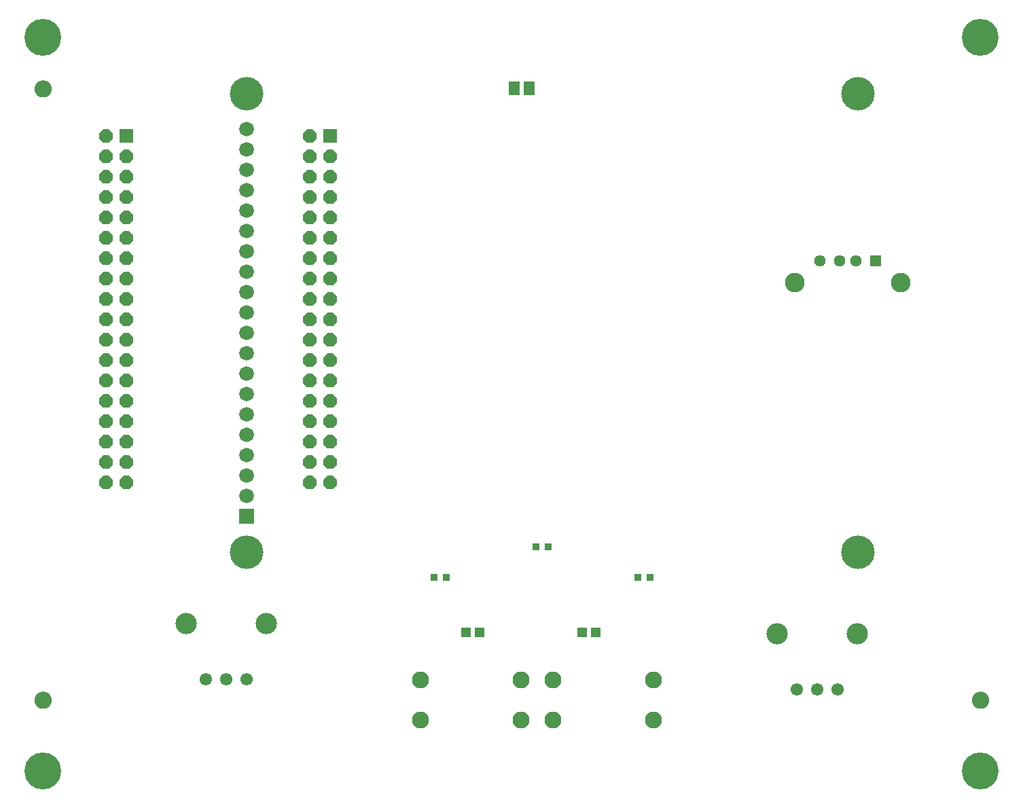
<source format=gbr>
G04 EAGLE Gerber RS-274X export*
G75*
%MOMM*%
%FSLAX34Y34*%
%LPD*%
%INSoldermask Top*%
%IPPOS*%
%AMOC8*
5,1,8,0,0,1.08239X$1,22.5*%
G01*
%ADD10C,1.552400*%
%ADD11C,2.652400*%
%ADD12C,2.112400*%
%ADD13R,1.440400X1.440400*%
%ADD14C,1.440400*%
%ADD15C,2.452400*%
%ADD16R,1.152400X1.252400*%
%ADD17R,0.952400X0.952400*%
%ADD18C,0.609600*%
%ADD19C,1.168400*%
%ADD20R,1.452400X1.652400*%
%ADD21R,1.676400X1.676400*%
%ADD22P,1.814519X8X292.500000*%
%ADD23R,1.828800X1.828800*%
%ADD24C,1.828800*%
%ADD25C,4.168400*%
%ADD26C,4.597400*%


D10*
X254400Y165100D03*
X279400Y165100D03*
X304400Y165100D03*
D11*
X229400Y235100D03*
X329400Y235100D03*
D12*
X646700Y164700D03*
X646700Y114700D03*
X521700Y114700D03*
X521700Y164700D03*
D13*
X1089100Y687400D03*
D14*
X1064100Y687400D03*
X1044100Y687400D03*
X1019100Y687400D03*
D15*
X1119800Y660300D03*
X988400Y660300D03*
D16*
X723020Y223520D03*
X740020Y223520D03*
D17*
X538600Y292100D03*
X553600Y292100D03*
D10*
X991000Y152400D03*
X1016000Y152400D03*
X1041000Y152400D03*
D11*
X966000Y222400D03*
X1066000Y222400D03*
D17*
X680600Y330200D03*
X665600Y330200D03*
X792600Y292100D03*
X807600Y292100D03*
D12*
X811800Y164700D03*
X811800Y114700D03*
X686800Y114700D03*
X686800Y164700D03*
D16*
X578240Y223520D03*
X595240Y223520D03*
D18*
X43180Y901700D02*
X43182Y901887D01*
X43189Y902074D01*
X43201Y902261D01*
X43217Y902447D01*
X43237Y902633D01*
X43262Y902818D01*
X43292Y903003D01*
X43326Y903187D01*
X43365Y903370D01*
X43408Y903552D01*
X43456Y903732D01*
X43508Y903912D01*
X43565Y904090D01*
X43625Y904267D01*
X43691Y904442D01*
X43760Y904616D01*
X43834Y904788D01*
X43912Y904958D01*
X43994Y905126D01*
X44080Y905292D01*
X44170Y905456D01*
X44264Y905617D01*
X44362Y905777D01*
X44464Y905933D01*
X44570Y906088D01*
X44680Y906239D01*
X44793Y906388D01*
X44910Y906534D01*
X45030Y906677D01*
X45154Y906817D01*
X45281Y906954D01*
X45412Y907088D01*
X45546Y907219D01*
X45683Y907346D01*
X45823Y907470D01*
X45966Y907590D01*
X46112Y907707D01*
X46261Y907820D01*
X46412Y907930D01*
X46567Y908036D01*
X46723Y908138D01*
X46883Y908236D01*
X47044Y908330D01*
X47208Y908420D01*
X47374Y908506D01*
X47542Y908588D01*
X47712Y908666D01*
X47884Y908740D01*
X48058Y908809D01*
X48233Y908875D01*
X48410Y908935D01*
X48588Y908992D01*
X48768Y909044D01*
X48948Y909092D01*
X49130Y909135D01*
X49313Y909174D01*
X49497Y909208D01*
X49682Y909238D01*
X49867Y909263D01*
X50053Y909283D01*
X50239Y909299D01*
X50426Y909311D01*
X50613Y909318D01*
X50800Y909320D01*
X50987Y909318D01*
X51174Y909311D01*
X51361Y909299D01*
X51547Y909283D01*
X51733Y909263D01*
X51918Y909238D01*
X52103Y909208D01*
X52287Y909174D01*
X52470Y909135D01*
X52652Y909092D01*
X52832Y909044D01*
X53012Y908992D01*
X53190Y908935D01*
X53367Y908875D01*
X53542Y908809D01*
X53716Y908740D01*
X53888Y908666D01*
X54058Y908588D01*
X54226Y908506D01*
X54392Y908420D01*
X54556Y908330D01*
X54717Y908236D01*
X54877Y908138D01*
X55033Y908036D01*
X55188Y907930D01*
X55339Y907820D01*
X55488Y907707D01*
X55634Y907590D01*
X55777Y907470D01*
X55917Y907346D01*
X56054Y907219D01*
X56188Y907088D01*
X56319Y906954D01*
X56446Y906817D01*
X56570Y906677D01*
X56690Y906534D01*
X56807Y906388D01*
X56920Y906239D01*
X57030Y906088D01*
X57136Y905933D01*
X57238Y905777D01*
X57336Y905617D01*
X57430Y905456D01*
X57520Y905292D01*
X57606Y905126D01*
X57688Y904958D01*
X57766Y904788D01*
X57840Y904616D01*
X57909Y904442D01*
X57975Y904267D01*
X58035Y904090D01*
X58092Y903912D01*
X58144Y903732D01*
X58192Y903552D01*
X58235Y903370D01*
X58274Y903187D01*
X58308Y903003D01*
X58338Y902818D01*
X58363Y902633D01*
X58383Y902447D01*
X58399Y902261D01*
X58411Y902074D01*
X58418Y901887D01*
X58420Y901700D01*
X58418Y901513D01*
X58411Y901326D01*
X58399Y901139D01*
X58383Y900953D01*
X58363Y900767D01*
X58338Y900582D01*
X58308Y900397D01*
X58274Y900213D01*
X58235Y900030D01*
X58192Y899848D01*
X58144Y899668D01*
X58092Y899488D01*
X58035Y899310D01*
X57975Y899133D01*
X57909Y898958D01*
X57840Y898784D01*
X57766Y898612D01*
X57688Y898442D01*
X57606Y898274D01*
X57520Y898108D01*
X57430Y897944D01*
X57336Y897783D01*
X57238Y897623D01*
X57136Y897467D01*
X57030Y897312D01*
X56920Y897161D01*
X56807Y897012D01*
X56690Y896866D01*
X56570Y896723D01*
X56446Y896583D01*
X56319Y896446D01*
X56188Y896312D01*
X56054Y896181D01*
X55917Y896054D01*
X55777Y895930D01*
X55634Y895810D01*
X55488Y895693D01*
X55339Y895580D01*
X55188Y895470D01*
X55033Y895364D01*
X54877Y895262D01*
X54717Y895164D01*
X54556Y895070D01*
X54392Y894980D01*
X54226Y894894D01*
X54058Y894812D01*
X53888Y894734D01*
X53716Y894660D01*
X53542Y894591D01*
X53367Y894525D01*
X53190Y894465D01*
X53012Y894408D01*
X52832Y894356D01*
X52652Y894308D01*
X52470Y894265D01*
X52287Y894226D01*
X52103Y894192D01*
X51918Y894162D01*
X51733Y894137D01*
X51547Y894117D01*
X51361Y894101D01*
X51174Y894089D01*
X50987Y894082D01*
X50800Y894080D01*
X50613Y894082D01*
X50426Y894089D01*
X50239Y894101D01*
X50053Y894117D01*
X49867Y894137D01*
X49682Y894162D01*
X49497Y894192D01*
X49313Y894226D01*
X49130Y894265D01*
X48948Y894308D01*
X48768Y894356D01*
X48588Y894408D01*
X48410Y894465D01*
X48233Y894525D01*
X48058Y894591D01*
X47884Y894660D01*
X47712Y894734D01*
X47542Y894812D01*
X47374Y894894D01*
X47208Y894980D01*
X47044Y895070D01*
X46883Y895164D01*
X46723Y895262D01*
X46567Y895364D01*
X46412Y895470D01*
X46261Y895580D01*
X46112Y895693D01*
X45966Y895810D01*
X45823Y895930D01*
X45683Y896054D01*
X45546Y896181D01*
X45412Y896312D01*
X45281Y896446D01*
X45154Y896583D01*
X45030Y896723D01*
X44910Y896866D01*
X44793Y897012D01*
X44680Y897161D01*
X44570Y897312D01*
X44464Y897467D01*
X44362Y897623D01*
X44264Y897783D01*
X44170Y897944D01*
X44080Y898108D01*
X43994Y898274D01*
X43912Y898442D01*
X43834Y898612D01*
X43760Y898784D01*
X43691Y898958D01*
X43625Y899133D01*
X43565Y899310D01*
X43508Y899488D01*
X43456Y899668D01*
X43408Y899848D01*
X43365Y900030D01*
X43326Y900213D01*
X43292Y900397D01*
X43262Y900582D01*
X43237Y900767D01*
X43217Y900953D01*
X43201Y901139D01*
X43189Y901326D01*
X43182Y901513D01*
X43180Y901700D01*
D19*
X50800Y901700D03*
D18*
X43180Y139700D02*
X43182Y139887D01*
X43189Y140074D01*
X43201Y140261D01*
X43217Y140447D01*
X43237Y140633D01*
X43262Y140818D01*
X43292Y141003D01*
X43326Y141187D01*
X43365Y141370D01*
X43408Y141552D01*
X43456Y141732D01*
X43508Y141912D01*
X43565Y142090D01*
X43625Y142267D01*
X43691Y142442D01*
X43760Y142616D01*
X43834Y142788D01*
X43912Y142958D01*
X43994Y143126D01*
X44080Y143292D01*
X44170Y143456D01*
X44264Y143617D01*
X44362Y143777D01*
X44464Y143933D01*
X44570Y144088D01*
X44680Y144239D01*
X44793Y144388D01*
X44910Y144534D01*
X45030Y144677D01*
X45154Y144817D01*
X45281Y144954D01*
X45412Y145088D01*
X45546Y145219D01*
X45683Y145346D01*
X45823Y145470D01*
X45966Y145590D01*
X46112Y145707D01*
X46261Y145820D01*
X46412Y145930D01*
X46567Y146036D01*
X46723Y146138D01*
X46883Y146236D01*
X47044Y146330D01*
X47208Y146420D01*
X47374Y146506D01*
X47542Y146588D01*
X47712Y146666D01*
X47884Y146740D01*
X48058Y146809D01*
X48233Y146875D01*
X48410Y146935D01*
X48588Y146992D01*
X48768Y147044D01*
X48948Y147092D01*
X49130Y147135D01*
X49313Y147174D01*
X49497Y147208D01*
X49682Y147238D01*
X49867Y147263D01*
X50053Y147283D01*
X50239Y147299D01*
X50426Y147311D01*
X50613Y147318D01*
X50800Y147320D01*
X50987Y147318D01*
X51174Y147311D01*
X51361Y147299D01*
X51547Y147283D01*
X51733Y147263D01*
X51918Y147238D01*
X52103Y147208D01*
X52287Y147174D01*
X52470Y147135D01*
X52652Y147092D01*
X52832Y147044D01*
X53012Y146992D01*
X53190Y146935D01*
X53367Y146875D01*
X53542Y146809D01*
X53716Y146740D01*
X53888Y146666D01*
X54058Y146588D01*
X54226Y146506D01*
X54392Y146420D01*
X54556Y146330D01*
X54717Y146236D01*
X54877Y146138D01*
X55033Y146036D01*
X55188Y145930D01*
X55339Y145820D01*
X55488Y145707D01*
X55634Y145590D01*
X55777Y145470D01*
X55917Y145346D01*
X56054Y145219D01*
X56188Y145088D01*
X56319Y144954D01*
X56446Y144817D01*
X56570Y144677D01*
X56690Y144534D01*
X56807Y144388D01*
X56920Y144239D01*
X57030Y144088D01*
X57136Y143933D01*
X57238Y143777D01*
X57336Y143617D01*
X57430Y143456D01*
X57520Y143292D01*
X57606Y143126D01*
X57688Y142958D01*
X57766Y142788D01*
X57840Y142616D01*
X57909Y142442D01*
X57975Y142267D01*
X58035Y142090D01*
X58092Y141912D01*
X58144Y141732D01*
X58192Y141552D01*
X58235Y141370D01*
X58274Y141187D01*
X58308Y141003D01*
X58338Y140818D01*
X58363Y140633D01*
X58383Y140447D01*
X58399Y140261D01*
X58411Y140074D01*
X58418Y139887D01*
X58420Y139700D01*
X58418Y139513D01*
X58411Y139326D01*
X58399Y139139D01*
X58383Y138953D01*
X58363Y138767D01*
X58338Y138582D01*
X58308Y138397D01*
X58274Y138213D01*
X58235Y138030D01*
X58192Y137848D01*
X58144Y137668D01*
X58092Y137488D01*
X58035Y137310D01*
X57975Y137133D01*
X57909Y136958D01*
X57840Y136784D01*
X57766Y136612D01*
X57688Y136442D01*
X57606Y136274D01*
X57520Y136108D01*
X57430Y135944D01*
X57336Y135783D01*
X57238Y135623D01*
X57136Y135467D01*
X57030Y135312D01*
X56920Y135161D01*
X56807Y135012D01*
X56690Y134866D01*
X56570Y134723D01*
X56446Y134583D01*
X56319Y134446D01*
X56188Y134312D01*
X56054Y134181D01*
X55917Y134054D01*
X55777Y133930D01*
X55634Y133810D01*
X55488Y133693D01*
X55339Y133580D01*
X55188Y133470D01*
X55033Y133364D01*
X54877Y133262D01*
X54717Y133164D01*
X54556Y133070D01*
X54392Y132980D01*
X54226Y132894D01*
X54058Y132812D01*
X53888Y132734D01*
X53716Y132660D01*
X53542Y132591D01*
X53367Y132525D01*
X53190Y132465D01*
X53012Y132408D01*
X52832Y132356D01*
X52652Y132308D01*
X52470Y132265D01*
X52287Y132226D01*
X52103Y132192D01*
X51918Y132162D01*
X51733Y132137D01*
X51547Y132117D01*
X51361Y132101D01*
X51174Y132089D01*
X50987Y132082D01*
X50800Y132080D01*
X50613Y132082D01*
X50426Y132089D01*
X50239Y132101D01*
X50053Y132117D01*
X49867Y132137D01*
X49682Y132162D01*
X49497Y132192D01*
X49313Y132226D01*
X49130Y132265D01*
X48948Y132308D01*
X48768Y132356D01*
X48588Y132408D01*
X48410Y132465D01*
X48233Y132525D01*
X48058Y132591D01*
X47884Y132660D01*
X47712Y132734D01*
X47542Y132812D01*
X47374Y132894D01*
X47208Y132980D01*
X47044Y133070D01*
X46883Y133164D01*
X46723Y133262D01*
X46567Y133364D01*
X46412Y133470D01*
X46261Y133580D01*
X46112Y133693D01*
X45966Y133810D01*
X45823Y133930D01*
X45683Y134054D01*
X45546Y134181D01*
X45412Y134312D01*
X45281Y134446D01*
X45154Y134583D01*
X45030Y134723D01*
X44910Y134866D01*
X44793Y135012D01*
X44680Y135161D01*
X44570Y135312D01*
X44464Y135467D01*
X44362Y135623D01*
X44264Y135783D01*
X44170Y135944D01*
X44080Y136108D01*
X43994Y136274D01*
X43912Y136442D01*
X43834Y136612D01*
X43760Y136784D01*
X43691Y136958D01*
X43625Y137133D01*
X43565Y137310D01*
X43508Y137488D01*
X43456Y137668D01*
X43408Y137848D01*
X43365Y138030D01*
X43326Y138213D01*
X43292Y138397D01*
X43262Y138582D01*
X43237Y138767D01*
X43217Y138953D01*
X43201Y139139D01*
X43189Y139326D01*
X43182Y139513D01*
X43180Y139700D01*
D19*
X50800Y139700D03*
D18*
X1211580Y139700D02*
X1211582Y139887D01*
X1211589Y140074D01*
X1211601Y140261D01*
X1211617Y140447D01*
X1211637Y140633D01*
X1211662Y140818D01*
X1211692Y141003D01*
X1211726Y141187D01*
X1211765Y141370D01*
X1211808Y141552D01*
X1211856Y141732D01*
X1211908Y141912D01*
X1211965Y142090D01*
X1212025Y142267D01*
X1212091Y142442D01*
X1212160Y142616D01*
X1212234Y142788D01*
X1212312Y142958D01*
X1212394Y143126D01*
X1212480Y143292D01*
X1212570Y143456D01*
X1212664Y143617D01*
X1212762Y143777D01*
X1212864Y143933D01*
X1212970Y144088D01*
X1213080Y144239D01*
X1213193Y144388D01*
X1213310Y144534D01*
X1213430Y144677D01*
X1213554Y144817D01*
X1213681Y144954D01*
X1213812Y145088D01*
X1213946Y145219D01*
X1214083Y145346D01*
X1214223Y145470D01*
X1214366Y145590D01*
X1214512Y145707D01*
X1214661Y145820D01*
X1214812Y145930D01*
X1214967Y146036D01*
X1215123Y146138D01*
X1215283Y146236D01*
X1215444Y146330D01*
X1215608Y146420D01*
X1215774Y146506D01*
X1215942Y146588D01*
X1216112Y146666D01*
X1216284Y146740D01*
X1216458Y146809D01*
X1216633Y146875D01*
X1216810Y146935D01*
X1216988Y146992D01*
X1217168Y147044D01*
X1217348Y147092D01*
X1217530Y147135D01*
X1217713Y147174D01*
X1217897Y147208D01*
X1218082Y147238D01*
X1218267Y147263D01*
X1218453Y147283D01*
X1218639Y147299D01*
X1218826Y147311D01*
X1219013Y147318D01*
X1219200Y147320D01*
X1219387Y147318D01*
X1219574Y147311D01*
X1219761Y147299D01*
X1219947Y147283D01*
X1220133Y147263D01*
X1220318Y147238D01*
X1220503Y147208D01*
X1220687Y147174D01*
X1220870Y147135D01*
X1221052Y147092D01*
X1221232Y147044D01*
X1221412Y146992D01*
X1221590Y146935D01*
X1221767Y146875D01*
X1221942Y146809D01*
X1222116Y146740D01*
X1222288Y146666D01*
X1222458Y146588D01*
X1222626Y146506D01*
X1222792Y146420D01*
X1222956Y146330D01*
X1223117Y146236D01*
X1223277Y146138D01*
X1223433Y146036D01*
X1223588Y145930D01*
X1223739Y145820D01*
X1223888Y145707D01*
X1224034Y145590D01*
X1224177Y145470D01*
X1224317Y145346D01*
X1224454Y145219D01*
X1224588Y145088D01*
X1224719Y144954D01*
X1224846Y144817D01*
X1224970Y144677D01*
X1225090Y144534D01*
X1225207Y144388D01*
X1225320Y144239D01*
X1225430Y144088D01*
X1225536Y143933D01*
X1225638Y143777D01*
X1225736Y143617D01*
X1225830Y143456D01*
X1225920Y143292D01*
X1226006Y143126D01*
X1226088Y142958D01*
X1226166Y142788D01*
X1226240Y142616D01*
X1226309Y142442D01*
X1226375Y142267D01*
X1226435Y142090D01*
X1226492Y141912D01*
X1226544Y141732D01*
X1226592Y141552D01*
X1226635Y141370D01*
X1226674Y141187D01*
X1226708Y141003D01*
X1226738Y140818D01*
X1226763Y140633D01*
X1226783Y140447D01*
X1226799Y140261D01*
X1226811Y140074D01*
X1226818Y139887D01*
X1226820Y139700D01*
X1226818Y139513D01*
X1226811Y139326D01*
X1226799Y139139D01*
X1226783Y138953D01*
X1226763Y138767D01*
X1226738Y138582D01*
X1226708Y138397D01*
X1226674Y138213D01*
X1226635Y138030D01*
X1226592Y137848D01*
X1226544Y137668D01*
X1226492Y137488D01*
X1226435Y137310D01*
X1226375Y137133D01*
X1226309Y136958D01*
X1226240Y136784D01*
X1226166Y136612D01*
X1226088Y136442D01*
X1226006Y136274D01*
X1225920Y136108D01*
X1225830Y135944D01*
X1225736Y135783D01*
X1225638Y135623D01*
X1225536Y135467D01*
X1225430Y135312D01*
X1225320Y135161D01*
X1225207Y135012D01*
X1225090Y134866D01*
X1224970Y134723D01*
X1224846Y134583D01*
X1224719Y134446D01*
X1224588Y134312D01*
X1224454Y134181D01*
X1224317Y134054D01*
X1224177Y133930D01*
X1224034Y133810D01*
X1223888Y133693D01*
X1223739Y133580D01*
X1223588Y133470D01*
X1223433Y133364D01*
X1223277Y133262D01*
X1223117Y133164D01*
X1222956Y133070D01*
X1222792Y132980D01*
X1222626Y132894D01*
X1222458Y132812D01*
X1222288Y132734D01*
X1222116Y132660D01*
X1221942Y132591D01*
X1221767Y132525D01*
X1221590Y132465D01*
X1221412Y132408D01*
X1221232Y132356D01*
X1221052Y132308D01*
X1220870Y132265D01*
X1220687Y132226D01*
X1220503Y132192D01*
X1220318Y132162D01*
X1220133Y132137D01*
X1219947Y132117D01*
X1219761Y132101D01*
X1219574Y132089D01*
X1219387Y132082D01*
X1219200Y132080D01*
X1219013Y132082D01*
X1218826Y132089D01*
X1218639Y132101D01*
X1218453Y132117D01*
X1218267Y132137D01*
X1218082Y132162D01*
X1217897Y132192D01*
X1217713Y132226D01*
X1217530Y132265D01*
X1217348Y132308D01*
X1217168Y132356D01*
X1216988Y132408D01*
X1216810Y132465D01*
X1216633Y132525D01*
X1216458Y132591D01*
X1216284Y132660D01*
X1216112Y132734D01*
X1215942Y132812D01*
X1215774Y132894D01*
X1215608Y132980D01*
X1215444Y133070D01*
X1215283Y133164D01*
X1215123Y133262D01*
X1214967Y133364D01*
X1214812Y133470D01*
X1214661Y133580D01*
X1214512Y133693D01*
X1214366Y133810D01*
X1214223Y133930D01*
X1214083Y134054D01*
X1213946Y134181D01*
X1213812Y134312D01*
X1213681Y134446D01*
X1213554Y134583D01*
X1213430Y134723D01*
X1213310Y134866D01*
X1213193Y135012D01*
X1213080Y135161D01*
X1212970Y135312D01*
X1212864Y135467D01*
X1212762Y135623D01*
X1212664Y135783D01*
X1212570Y135944D01*
X1212480Y136108D01*
X1212394Y136274D01*
X1212312Y136442D01*
X1212234Y136612D01*
X1212160Y136784D01*
X1212091Y136958D01*
X1212025Y137133D01*
X1211965Y137310D01*
X1211908Y137488D01*
X1211856Y137668D01*
X1211808Y137848D01*
X1211765Y138030D01*
X1211726Y138213D01*
X1211692Y138397D01*
X1211662Y138582D01*
X1211637Y138767D01*
X1211617Y138953D01*
X1211601Y139139D01*
X1211589Y139326D01*
X1211582Y139513D01*
X1211580Y139700D01*
D19*
X1219200Y139700D03*
D20*
X638200Y901700D03*
X657200Y901700D03*
D21*
X409200Y842600D03*
D22*
X383800Y842600D03*
X409200Y817200D03*
X383800Y817200D03*
X409200Y791800D03*
X383800Y791800D03*
X409200Y766400D03*
X383800Y766400D03*
X409200Y741000D03*
X383800Y741000D03*
X409200Y715600D03*
X383800Y715600D03*
X409200Y690200D03*
X383800Y690200D03*
X409200Y664800D03*
X383800Y664800D03*
X409200Y639400D03*
X383800Y639400D03*
X409200Y614000D03*
X383800Y614000D03*
X409200Y588600D03*
X383800Y588600D03*
X409200Y563200D03*
X383800Y563200D03*
X409200Y537800D03*
X383800Y537800D03*
X409200Y512400D03*
X383800Y512400D03*
X409200Y487000D03*
X383800Y487000D03*
X409200Y461600D03*
X383800Y461600D03*
X409200Y436200D03*
X383800Y436200D03*
X409200Y410800D03*
X383800Y410800D03*
D21*
X155200Y842600D03*
D22*
X129800Y842600D03*
X155200Y817200D03*
X129800Y817200D03*
X155200Y791800D03*
X129800Y791800D03*
X155200Y766400D03*
X129800Y766400D03*
X155200Y741000D03*
X129800Y741000D03*
X155200Y715600D03*
X129800Y715600D03*
X155200Y690200D03*
X129800Y690200D03*
X155200Y664800D03*
X129800Y664800D03*
X155200Y639400D03*
X129800Y639400D03*
X155200Y614000D03*
X129800Y614000D03*
X155200Y588600D03*
X129800Y588600D03*
X155200Y563200D03*
X129800Y563200D03*
X155200Y537800D03*
X129800Y537800D03*
X155200Y512400D03*
X129800Y512400D03*
X155200Y487000D03*
X129800Y487000D03*
X155200Y461600D03*
X129800Y461600D03*
X155200Y436200D03*
X129800Y436200D03*
X155200Y410800D03*
X129800Y410800D03*
D23*
X304800Y368300D03*
D24*
X304800Y393700D03*
X304800Y419100D03*
X304800Y444500D03*
X304800Y469900D03*
X304800Y495300D03*
X304800Y520700D03*
X304800Y546100D03*
X304800Y571500D03*
X304800Y596900D03*
X304800Y622300D03*
X304800Y647700D03*
X304800Y673100D03*
X304800Y698500D03*
X304800Y723900D03*
X304800Y749300D03*
X304800Y774700D03*
X304800Y800100D03*
X304800Y825500D03*
X304800Y850900D03*
D25*
X304800Y323850D03*
X304800Y895350D03*
X1066800Y323850D03*
X1066800Y895350D03*
D26*
X1219200Y965200D03*
X50800Y965200D03*
X50800Y50800D03*
X1219200Y50800D03*
M02*

</source>
